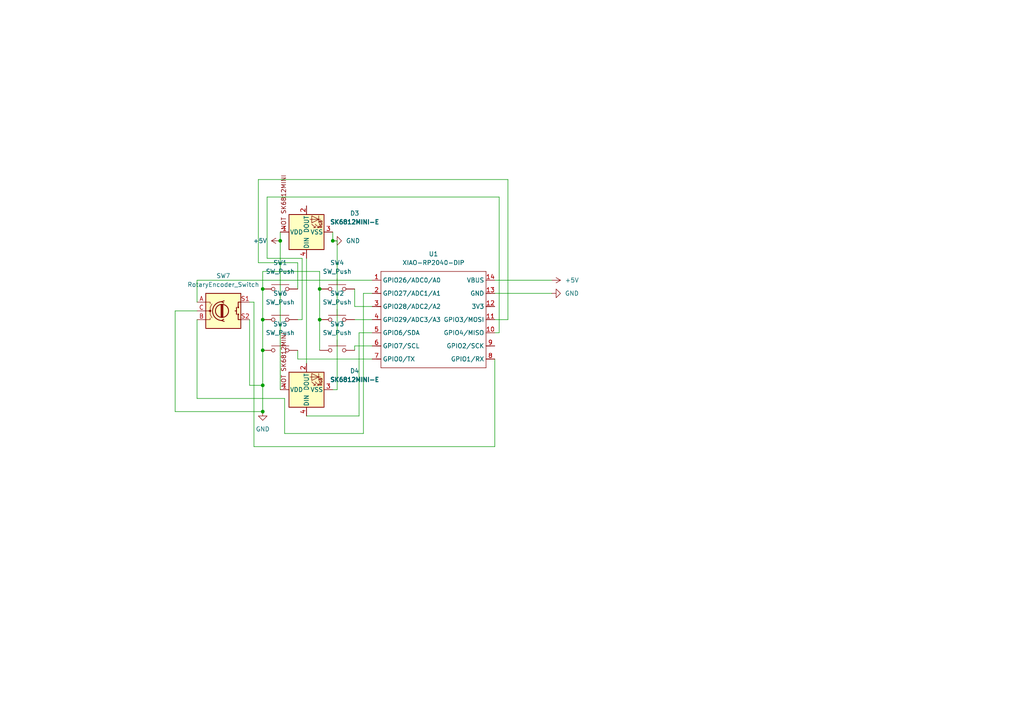
<source format=kicad_sch>
(kicad_sch
	(version 20250114)
	(generator "eeschema")
	(generator_version "9.0")
	(uuid "f8ca336a-a48a-4796-9d8f-6101bffd0b5b")
	(paper "A4")
	(lib_symbols
		(symbol "Device:RotaryEncoder_Switch"
			(pin_names
				(offset 0.254)
				(hide yes)
			)
			(exclude_from_sim no)
			(in_bom yes)
			(on_board yes)
			(property "Reference" "SW"
				(at 0 6.604 0)
				(effects
					(font
						(size 1.27 1.27)
					)
				)
			)
			(property "Value" "RotaryEncoder_Switch"
				(at 0 -6.604 0)
				(effects
					(font
						(size 1.27 1.27)
					)
				)
			)
			(property "Footprint" ""
				(at -3.81 4.064 0)
				(effects
					(font
						(size 1.27 1.27)
					)
					(hide yes)
				)
			)
			(property "Datasheet" "~"
				(at 0 6.604 0)
				(effects
					(font
						(size 1.27 1.27)
					)
					(hide yes)
				)
			)
			(property "Description" "Rotary encoder, dual channel, incremental quadrate outputs, with switch"
				(at 0 0 0)
				(effects
					(font
						(size 1.27 1.27)
					)
					(hide yes)
				)
			)
			(property "ki_keywords" "rotary switch encoder switch push button"
				(at 0 0 0)
				(effects
					(font
						(size 1.27 1.27)
					)
					(hide yes)
				)
			)
			(property "ki_fp_filters" "RotaryEncoder*Switch*"
				(at 0 0 0)
				(effects
					(font
						(size 1.27 1.27)
					)
					(hide yes)
				)
			)
			(symbol "RotaryEncoder_Switch_0_1"
				(rectangle
					(start -5.08 5.08)
					(end 5.08 -5.08)
					(stroke
						(width 0.254)
						(type default)
					)
					(fill
						(type background)
					)
				)
				(polyline
					(pts
						(xy -5.08 2.54) (xy -3.81 2.54) (xy -3.81 2.032)
					)
					(stroke
						(width 0)
						(type default)
					)
					(fill
						(type none)
					)
				)
				(polyline
					(pts
						(xy -5.08 0) (xy -3.81 0) (xy -3.81 -1.016) (xy -3.302 -2.032)
					)
					(stroke
						(width 0)
						(type default)
					)
					(fill
						(type none)
					)
				)
				(polyline
					(pts
						(xy -5.08 -2.54) (xy -3.81 -2.54) (xy -3.81 -2.032)
					)
					(stroke
						(width 0)
						(type default)
					)
					(fill
						(type none)
					)
				)
				(polyline
					(pts
						(xy -4.318 0) (xy -3.81 0) (xy -3.81 1.016) (xy -3.302 2.032)
					)
					(stroke
						(width 0)
						(type default)
					)
					(fill
						(type none)
					)
				)
				(circle
					(center -3.81 0)
					(radius 0.254)
					(stroke
						(width 0)
						(type default)
					)
					(fill
						(type outline)
					)
				)
				(polyline
					(pts
						(xy -0.635 -1.778) (xy -0.635 1.778)
					)
					(stroke
						(width 0.254)
						(type default)
					)
					(fill
						(type none)
					)
				)
				(circle
					(center -0.381 0)
					(radius 1.905)
					(stroke
						(width 0.254)
						(type default)
					)
					(fill
						(type none)
					)
				)
				(polyline
					(pts
						(xy -0.381 -1.778) (xy -0.381 1.778)
					)
					(stroke
						(width 0.254)
						(type default)
					)
					(fill
						(type none)
					)
				)
				(arc
					(start -0.381 -2.794)
					(mid -3.0988 -0.0635)
					(end -0.381 2.667)
					(stroke
						(width 0.254)
						(type default)
					)
					(fill
						(type none)
					)
				)
				(polyline
					(pts
						(xy -0.127 1.778) (xy -0.127 -1.778)
					)
					(stroke
						(width 0.254)
						(type default)
					)
					(fill
						(type none)
					)
				)
				(polyline
					(pts
						(xy 0.254 2.921) (xy -0.508 2.667) (xy 0.127 2.286)
					)
					(stroke
						(width 0.254)
						(type default)
					)
					(fill
						(type none)
					)
				)
				(polyline
					(pts
						(xy 0.254 -3.048) (xy -0.508 -2.794) (xy 0.127 -2.413)
					)
					(stroke
						(width 0.254)
						(type default)
					)
					(fill
						(type none)
					)
				)
				(polyline
					(pts
						(xy 3.81 1.016) (xy 3.81 -1.016)
					)
					(stroke
						(width 0.254)
						(type default)
					)
					(fill
						(type none)
					)
				)
				(polyline
					(pts
						(xy 3.81 0) (xy 3.429 0)
					)
					(stroke
						(width 0.254)
						(type default)
					)
					(fill
						(type none)
					)
				)
				(circle
					(center 4.318 1.016)
					(radius 0.127)
					(stroke
						(width 0.254)
						(type default)
					)
					(fill
						(type none)
					)
				)
				(circle
					(center 4.318 -1.016)
					(radius 0.127)
					(stroke
						(width 0.254)
						(type default)
					)
					(fill
						(type none)
					)
				)
				(polyline
					(pts
						(xy 5.08 2.54) (xy 4.318 2.54) (xy 4.318 1.016)
					)
					(stroke
						(width 0.254)
						(type default)
					)
					(fill
						(type none)
					)
				)
				(polyline
					(pts
						(xy 5.08 -2.54) (xy 4.318 -2.54) (xy 4.318 -1.016)
					)
					(stroke
						(width 0.254)
						(type default)
					)
					(fill
						(type none)
					)
				)
			)
			(symbol "RotaryEncoder_Switch_1_1"
				(pin passive line
					(at -7.62 2.54 0)
					(length 2.54)
					(name "A"
						(effects
							(font
								(size 1.27 1.27)
							)
						)
					)
					(number "A"
						(effects
							(font
								(size 1.27 1.27)
							)
						)
					)
				)
				(pin passive line
					(at -7.62 0 0)
					(length 2.54)
					(name "C"
						(effects
							(font
								(size 1.27 1.27)
							)
						)
					)
					(number "C"
						(effects
							(font
								(size 1.27 1.27)
							)
						)
					)
				)
				(pin passive line
					(at -7.62 -2.54 0)
					(length 2.54)
					(name "B"
						(effects
							(font
								(size 1.27 1.27)
							)
						)
					)
					(number "B"
						(effects
							(font
								(size 1.27 1.27)
							)
						)
					)
				)
				(pin passive line
					(at 7.62 2.54 180)
					(length 2.54)
					(name "S1"
						(effects
							(font
								(size 1.27 1.27)
							)
						)
					)
					(number "S1"
						(effects
							(font
								(size 1.27 1.27)
							)
						)
					)
				)
				(pin passive line
					(at 7.62 -2.54 180)
					(length 2.54)
					(name "S2"
						(effects
							(font
								(size 1.27 1.27)
							)
						)
					)
					(number "S2"
						(effects
							(font
								(size 1.27 1.27)
							)
						)
					)
				)
			)
			(embedded_fonts no)
		)
		(symbol "SK6812MINI-E:SK6812MINI-E"
			(pin_names
				(offset 0.254)
			)
			(exclude_from_sim no)
			(in_bom yes)
			(on_board yes)
			(property "Reference" "D"
				(at -3.556 5.842 0)
				(effects
					(font
						(size 1.27 1.27)
					)
					(justify right bottom)
				)
			)
			(property "Value" "SK6812MINI-E"
				(at 1.27 -5.715 0)
				(effects
					(font
						(size 1.27 1.27)
						(thickness 0.254)
						(bold yes)
					)
					(justify left top)
				)
			)
			(property "Footprint" "SK6812MINI-E - 3.2x2.8x1.78mm"
				(at 1.27 -7.62 0)
				(effects
					(font
						(size 1.27 1.27)
					)
					(justify left top)
					(hide yes)
				)
			)
			(property "Datasheet" "https://cdn-shop.adafruit.com/product-files/4960/4960_SK6812MINI-E_REV02_EN.pdf"
				(at 2.54 -9.525 0)
				(effects
					(font
						(size 1.27 1.27)
					)
					(justify left top)
					(hide yes)
				)
			)
			(property "Description" "RGB LED with integrated controller"
				(at 0 0 0)
				(effects
					(font
						(size 1.27 1.27)
					)
					(hide yes)
				)
			)
			(property "ki_keywords" "RGB LED NeoPixel Mini addressable"
				(at 0 0 0)
				(effects
					(font
						(size 1.27 1.27)
					)
					(hide yes)
				)
			)
			(property "ki_fp_filters" "LED*SK6812MINI*PLCC*3.5x3.5mm*P1.75mm*"
				(at 0 0 0)
				(effects
					(font
						(size 1.27 1.27)
					)
					(hide yes)
				)
			)
			(symbol "SK6812MINI-E_0_0"
				(text "RGB"
					(at 2.286 -4.191 0)
					(effects
						(font
							(size 0.762 0.762)
						)
					)
				)
			)
			(symbol "SK6812MINI-E_0_1"
				(rectangle
					(start -5.08 5.08)
					(end 5.08 -5.08)
					(stroke
						(width 0.254)
						(type default)
					)
					(fill
						(type background)
					)
				)
				(polyline
					(pts
						(xy 1.27 -2.54) (xy 1.778 -2.54)
					)
					(stroke
						(width 0)
						(type default)
					)
					(fill
						(type none)
					)
				)
				(polyline
					(pts
						(xy 1.27 -3.556) (xy 1.778 -3.556)
					)
					(stroke
						(width 0)
						(type default)
					)
					(fill
						(type none)
					)
				)
				(polyline
					(pts
						(xy 2.286 -1.524) (xy 1.27 -2.54) (xy 1.27 -2.032)
					)
					(stroke
						(width 0)
						(type default)
					)
					(fill
						(type none)
					)
				)
				(polyline
					(pts
						(xy 2.286 -2.54) (xy 1.27 -3.556) (xy 1.27 -3.048)
					)
					(stroke
						(width 0)
						(type default)
					)
					(fill
						(type none)
					)
				)
				(polyline
					(pts
						(xy 3.683 -1.016) (xy 3.683 -3.556) (xy 3.683 -4.064)
					)
					(stroke
						(width 0)
						(type default)
					)
					(fill
						(type none)
					)
				)
				(polyline
					(pts
						(xy 4.699 -1.524) (xy 2.667 -1.524) (xy 3.683 -3.556) (xy 4.699 -1.524)
					)
					(stroke
						(width 0)
						(type default)
					)
					(fill
						(type none)
					)
				)
				(polyline
					(pts
						(xy 4.699 -3.556) (xy 2.667 -3.556)
					)
					(stroke
						(width 0)
						(type default)
					)
					(fill
						(type none)
					)
				)
			)
			(symbol "SK6812MINI-E_1_1"
				(text "NOT SK6812MINI"
					(at 8.636 6.604 0)
					(effects
						(font
							(size 1.27 1.27)
						)
					)
				)
				(pin input line
					(at -7.62 0 0)
					(length 2.54)
					(name "DIN"
						(effects
							(font
								(size 1.27 1.27)
							)
						)
					)
					(number "4"
						(effects
							(font
								(size 1.27 1.27)
							)
						)
					)
				)
				(pin power_in line
					(at 0 7.62 270)
					(length 2.54)
					(name "VDD"
						(effects
							(font
								(size 1.27 1.27)
							)
						)
					)
					(number "1"
						(effects
							(font
								(size 1.27 1.27)
							)
						)
					)
				)
				(pin power_in line
					(at 0 -7.62 90)
					(length 2.54)
					(name "VSS"
						(effects
							(font
								(size 1.27 1.27)
							)
						)
					)
					(number "3"
						(effects
							(font
								(size 1.27 1.27)
							)
						)
					)
				)
				(pin output line
					(at 7.62 0 180)
					(length 2.54)
					(name "DOUT"
						(effects
							(font
								(size 1.27 1.27)
							)
						)
					)
					(number "2"
						(effects
							(font
								(size 1.27 1.27)
							)
						)
					)
				)
			)
			(embedded_fonts no)
		)
		(symbol "Seeed_Studio_XIAO_Series:XIAO-RP2040-DIP"
			(exclude_from_sim no)
			(in_bom yes)
			(on_board yes)
			(property "Reference" "U"
				(at 0 0 0)
				(effects
					(font
						(size 1.27 1.27)
					)
				)
			)
			(property "Value" "XIAO-RP2040-DIP"
				(at 5.334 -1.778 0)
				(effects
					(font
						(size 1.27 1.27)
					)
				)
			)
			(property "Footprint" "Module:MOUDLE14P-XIAO-DIP-SMD"
				(at 14.478 -32.258 0)
				(effects
					(font
						(size 1.27 1.27)
					)
					(hide yes)
				)
			)
			(property "Datasheet" ""
				(at 0 0 0)
				(effects
					(font
						(size 1.27 1.27)
					)
					(hide yes)
				)
			)
			(property "Description" ""
				(at 0 0 0)
				(effects
					(font
						(size 1.27 1.27)
					)
					(hide yes)
				)
			)
			(symbol "XIAO-RP2040-DIP_1_0"
				(polyline
					(pts
						(xy -1.27 -2.54) (xy 29.21 -2.54)
					)
					(stroke
						(width 0.1524)
						(type solid)
					)
					(fill
						(type none)
					)
				)
				(polyline
					(pts
						(xy -1.27 -5.08) (xy -2.54 -5.08)
					)
					(stroke
						(width 0.1524)
						(type solid)
					)
					(fill
						(type none)
					)
				)
				(polyline
					(pts
						(xy -1.27 -5.08) (xy -1.27 -2.54)
					)
					(stroke
						(width 0.1524)
						(type solid)
					)
					(fill
						(type none)
					)
				)
				(polyline
					(pts
						(xy -1.27 -8.89) (xy -2.54 -8.89)
					)
					(stroke
						(width 0.1524)
						(type solid)
					)
					(fill
						(type none)
					)
				)
				(polyline
					(pts
						(xy -1.27 -8.89) (xy -1.27 -5.08)
					)
					(stroke
						(width 0.1524)
						(type solid)
					)
					(fill
						(type none)
					)
				)
				(polyline
					(pts
						(xy -1.27 -12.7) (xy -2.54 -12.7)
					)
					(stroke
						(width 0.1524)
						(type solid)
					)
					(fill
						(type none)
					)
				)
				(polyline
					(pts
						(xy -1.27 -12.7) (xy -1.27 -8.89)
					)
					(stroke
						(width 0.1524)
						(type solid)
					)
					(fill
						(type none)
					)
				)
				(polyline
					(pts
						(xy -1.27 -16.51) (xy -2.54 -16.51)
					)
					(stroke
						(width 0.1524)
						(type solid)
					)
					(fill
						(type none)
					)
				)
				(polyline
					(pts
						(xy -1.27 -16.51) (xy -1.27 -12.7)
					)
					(stroke
						(width 0.1524)
						(type solid)
					)
					(fill
						(type none)
					)
				)
				(polyline
					(pts
						(xy -1.27 -20.32) (xy -2.54 -20.32)
					)
					(stroke
						(width 0.1524)
						(type solid)
					)
					(fill
						(type none)
					)
				)
				(polyline
					(pts
						(xy -1.27 -24.13) (xy -2.54 -24.13)
					)
					(stroke
						(width 0.1524)
						(type solid)
					)
					(fill
						(type none)
					)
				)
				(polyline
					(pts
						(xy -1.27 -27.94) (xy -2.54 -27.94)
					)
					(stroke
						(width 0.1524)
						(type solid)
					)
					(fill
						(type none)
					)
				)
				(polyline
					(pts
						(xy -1.27 -30.48) (xy -1.27 -16.51)
					)
					(stroke
						(width 0.1524)
						(type solid)
					)
					(fill
						(type none)
					)
				)
				(polyline
					(pts
						(xy 29.21 -2.54) (xy 29.21 -5.08)
					)
					(stroke
						(width 0.1524)
						(type solid)
					)
					(fill
						(type none)
					)
				)
				(polyline
					(pts
						(xy 29.21 -5.08) (xy 29.21 -8.89)
					)
					(stroke
						(width 0.1524)
						(type solid)
					)
					(fill
						(type none)
					)
				)
				(polyline
					(pts
						(xy 29.21 -8.89) (xy 29.21 -12.7)
					)
					(stroke
						(width 0.1524)
						(type solid)
					)
					(fill
						(type none)
					)
				)
				(polyline
					(pts
						(xy 29.21 -12.7) (xy 29.21 -30.48)
					)
					(stroke
						(width 0.1524)
						(type solid)
					)
					(fill
						(type none)
					)
				)
				(polyline
					(pts
						(xy 29.21 -30.48) (xy -1.27 -30.48)
					)
					(stroke
						(width 0.1524)
						(type solid)
					)
					(fill
						(type none)
					)
				)
				(polyline
					(pts
						(xy 30.48 -5.08) (xy 29.21 -5.08)
					)
					(stroke
						(width 0.1524)
						(type solid)
					)
					(fill
						(type none)
					)
				)
				(polyline
					(pts
						(xy 30.48 -8.89) (xy 29.21 -8.89)
					)
					(stroke
						(width 0.1524)
						(type solid)
					)
					(fill
						(type none)
					)
				)
				(polyline
					(pts
						(xy 30.48 -12.7) (xy 29.21 -12.7)
					)
					(stroke
						(width 0.1524)
						(type solid)
					)
					(fill
						(type none)
					)
				)
				(polyline
					(pts
						(xy 30.48 -16.51) (xy 29.21 -16.51)
					)
					(stroke
						(width 0.1524)
						(type solid)
					)
					(fill
						(type none)
					)
				)
				(polyline
					(pts
						(xy 30.48 -20.32) (xy 29.21 -20.32)
					)
					(stroke
						(width 0.1524)
						(type solid)
					)
					(fill
						(type none)
					)
				)
				(polyline
					(pts
						(xy 30.48 -24.13) (xy 29.21 -24.13)
					)
					(stroke
						(width 0.1524)
						(type solid)
					)
					(fill
						(type none)
					)
				)
				(polyline
					(pts
						(xy 30.48 -27.94) (xy 29.21 -27.94)
					)
					(stroke
						(width 0.1524)
						(type solid)
					)
					(fill
						(type none)
					)
				)
				(pin passive line
					(at -3.81 -5.08 0)
					(length 2.54)
					(name "GPIO26/ADC0/A0"
						(effects
							(font
								(size 1.27 1.27)
							)
						)
					)
					(number "1"
						(effects
							(font
								(size 1.27 1.27)
							)
						)
					)
				)
				(pin passive line
					(at -3.81 -8.89 0)
					(length 2.54)
					(name "GPIO27/ADC1/A1"
						(effects
							(font
								(size 1.27 1.27)
							)
						)
					)
					(number "2"
						(effects
							(font
								(size 1.27 1.27)
							)
						)
					)
				)
				(pin passive line
					(at -3.81 -12.7 0)
					(length 2.54)
					(name "GPIO28/ADC2/A2"
						(effects
							(font
								(size 1.27 1.27)
							)
						)
					)
					(number "3"
						(effects
							(font
								(size 1.27 1.27)
							)
						)
					)
				)
				(pin passive line
					(at -3.81 -16.51 0)
					(length 2.54)
					(name "GPIO29/ADC3/A3"
						(effects
							(font
								(size 1.27 1.27)
							)
						)
					)
					(number "4"
						(effects
							(font
								(size 1.27 1.27)
							)
						)
					)
				)
				(pin passive line
					(at -3.81 -20.32 0)
					(length 2.54)
					(name "GPIO6/SDA"
						(effects
							(font
								(size 1.27 1.27)
							)
						)
					)
					(number "5"
						(effects
							(font
								(size 1.27 1.27)
							)
						)
					)
				)
				(pin passive line
					(at -3.81 -24.13 0)
					(length 2.54)
					(name "GPIO7/SCL"
						(effects
							(font
								(size 1.27 1.27)
							)
						)
					)
					(number "6"
						(effects
							(font
								(size 1.27 1.27)
							)
						)
					)
				)
				(pin passive line
					(at -3.81 -27.94 0)
					(length 2.54)
					(name "GPIO0/TX"
						(effects
							(font
								(size 1.27 1.27)
							)
						)
					)
					(number "7"
						(effects
							(font
								(size 1.27 1.27)
							)
						)
					)
				)
				(pin passive line
					(at 31.75 -5.08 180)
					(length 2.54)
					(name "VBUS"
						(effects
							(font
								(size 1.27 1.27)
							)
						)
					)
					(number "14"
						(effects
							(font
								(size 1.27 1.27)
							)
						)
					)
				)
				(pin passive line
					(at 31.75 -8.89 180)
					(length 2.54)
					(name "GND"
						(effects
							(font
								(size 1.27 1.27)
							)
						)
					)
					(number "13"
						(effects
							(font
								(size 1.27 1.27)
							)
						)
					)
				)
				(pin passive line
					(at 31.75 -12.7 180)
					(length 2.54)
					(name "3V3"
						(effects
							(font
								(size 1.27 1.27)
							)
						)
					)
					(number "12"
						(effects
							(font
								(size 1.27 1.27)
							)
						)
					)
				)
				(pin passive line
					(at 31.75 -16.51 180)
					(length 2.54)
					(name "GPIO3/MOSI"
						(effects
							(font
								(size 1.27 1.27)
							)
						)
					)
					(number "11"
						(effects
							(font
								(size 1.27 1.27)
							)
						)
					)
				)
				(pin passive line
					(at 31.75 -20.32 180)
					(length 2.54)
					(name "GPIO4/MISO"
						(effects
							(font
								(size 1.27 1.27)
							)
						)
					)
					(number "10"
						(effects
							(font
								(size 1.27 1.27)
							)
						)
					)
				)
				(pin passive line
					(at 31.75 -24.13 180)
					(length 2.54)
					(name "GPIO2/SCK"
						(effects
							(font
								(size 1.27 1.27)
							)
						)
					)
					(number "9"
						(effects
							(font
								(size 1.27 1.27)
							)
						)
					)
				)
				(pin passive line
					(at 31.75 -27.94 180)
					(length 2.54)
					(name "GPIO1/RX"
						(effects
							(font
								(size 1.27 1.27)
							)
						)
					)
					(number "8"
						(effects
							(font
								(size 1.27 1.27)
							)
						)
					)
				)
			)
			(embedded_fonts no)
		)
		(symbol "Switch:SW_Push"
			(pin_numbers
				(hide yes)
			)
			(pin_names
				(offset 1.016)
				(hide yes)
			)
			(exclude_from_sim no)
			(in_bom yes)
			(on_board yes)
			(property "Reference" "SW"
				(at 1.27 2.54 0)
				(effects
					(font
						(size 1.27 1.27)
					)
					(justify left)
				)
			)
			(property "Value" "SW_Push"
				(at 0 -1.524 0)
				(effects
					(font
						(size 1.27 1.27)
					)
				)
			)
			(property "Footprint" ""
				(at 0 5.08 0)
				(effects
					(font
						(size 1.27 1.27)
					)
					(hide yes)
				)
			)
			(property "Datasheet" "~"
				(at 0 5.08 0)
				(effects
					(font
						(size 1.27 1.27)
					)
					(hide yes)
				)
			)
			(property "Description" "Push button switch, generic, two pins"
				(at 0 0 0)
				(effects
					(font
						(size 1.27 1.27)
					)
					(hide yes)
				)
			)
			(property "ki_keywords" "switch normally-open pushbutton push-button"
				(at 0 0 0)
				(effects
					(font
						(size 1.27 1.27)
					)
					(hide yes)
				)
			)
			(symbol "SW_Push_0_1"
				(circle
					(center -2.032 0)
					(radius 0.508)
					(stroke
						(width 0)
						(type default)
					)
					(fill
						(type none)
					)
				)
				(polyline
					(pts
						(xy 0 1.27) (xy 0 3.048)
					)
					(stroke
						(width 0)
						(type default)
					)
					(fill
						(type none)
					)
				)
				(circle
					(center 2.032 0)
					(radius 0.508)
					(stroke
						(width 0)
						(type default)
					)
					(fill
						(type none)
					)
				)
				(polyline
					(pts
						(xy 2.54 1.27) (xy -2.54 1.27)
					)
					(stroke
						(width 0)
						(type default)
					)
					(fill
						(type none)
					)
				)
				(pin passive line
					(at -5.08 0 0)
					(length 2.54)
					(name "1"
						(effects
							(font
								(size 1.27 1.27)
							)
						)
					)
					(number "1"
						(effects
							(font
								(size 1.27 1.27)
							)
						)
					)
				)
				(pin passive line
					(at 5.08 0 180)
					(length 2.54)
					(name "2"
						(effects
							(font
								(size 1.27 1.27)
							)
						)
					)
					(number "2"
						(effects
							(font
								(size 1.27 1.27)
							)
						)
					)
				)
			)
			(embedded_fonts no)
		)
		(symbol "power:+5V"
			(power)
			(pin_numbers
				(hide yes)
			)
			(pin_names
				(offset 0)
				(hide yes)
			)
			(exclude_from_sim no)
			(in_bom yes)
			(on_board yes)
			(property "Reference" "#PWR"
				(at 0 -3.81 0)
				(effects
					(font
						(size 1.27 1.27)
					)
					(hide yes)
				)
			)
			(property "Value" "+5V"
				(at 0 3.556 0)
				(effects
					(font
						(size 1.27 1.27)
					)
				)
			)
			(property "Footprint" ""
				(at 0 0 0)
				(effects
					(font
						(size 1.27 1.27)
					)
					(hide yes)
				)
			)
			(property "Datasheet" ""
				(at 0 0 0)
				(effects
					(font
						(size 1.27 1.27)
					)
					(hide yes)
				)
			)
			(property "Description" "Power symbol creates a global label with name \"+5V\""
				(at 0 0 0)
				(effects
					(font
						(size 1.27 1.27)
					)
					(hide yes)
				)
			)
			(property "ki_keywords" "global power"
				(at 0 0 0)
				(effects
					(font
						(size 1.27 1.27)
					)
					(hide yes)
				)
			)
			(symbol "+5V_0_1"
				(polyline
					(pts
						(xy -0.762 1.27) (xy 0 2.54)
					)
					(stroke
						(width 0)
						(type default)
					)
					(fill
						(type none)
					)
				)
				(polyline
					(pts
						(xy 0 2.54) (xy 0.762 1.27)
					)
					(stroke
						(width 0)
						(type default)
					)
					(fill
						(type none)
					)
				)
				(polyline
					(pts
						(xy 0 0) (xy 0 2.54)
					)
					(stroke
						(width 0)
						(type default)
					)
					(fill
						(type none)
					)
				)
			)
			(symbol "+5V_1_1"
				(pin power_in line
					(at 0 0 90)
					(length 0)
					(name "~"
						(effects
							(font
								(size 1.27 1.27)
							)
						)
					)
					(number "1"
						(effects
							(font
								(size 1.27 1.27)
							)
						)
					)
				)
			)
			(embedded_fonts no)
		)
		(symbol "power:GND"
			(power)
			(pin_numbers
				(hide yes)
			)
			(pin_names
				(offset 0)
				(hide yes)
			)
			(exclude_from_sim no)
			(in_bom yes)
			(on_board yes)
			(property "Reference" "#PWR"
				(at 0 -6.35 0)
				(effects
					(font
						(size 1.27 1.27)
					)
					(hide yes)
				)
			)
			(property "Value" "GND"
				(at 0 -3.81 0)
				(effects
					(font
						(size 1.27 1.27)
					)
				)
			)
			(property "Footprint" ""
				(at 0 0 0)
				(effects
					(font
						(size 1.27 1.27)
					)
					(hide yes)
				)
			)
			(property "Datasheet" ""
				(at 0 0 0)
				(effects
					(font
						(size 1.27 1.27)
					)
					(hide yes)
				)
			)
			(property "Description" "Power symbol creates a global label with name \"GND\" , ground"
				(at 0 0 0)
				(effects
					(font
						(size 1.27 1.27)
					)
					(hide yes)
				)
			)
			(property "ki_keywords" "global power"
				(at 0 0 0)
				(effects
					(font
						(size 1.27 1.27)
					)
					(hide yes)
				)
			)
			(symbol "GND_0_1"
				(polyline
					(pts
						(xy 0 0) (xy 0 -1.27) (xy 1.27 -1.27) (xy 0 -2.54) (xy -1.27 -1.27) (xy 0 -1.27)
					)
					(stroke
						(width 0)
						(type default)
					)
					(fill
						(type none)
					)
				)
			)
			(symbol "GND_1_1"
				(pin power_in line
					(at 0 0 270)
					(length 0)
					(name "~"
						(effects
							(font
								(size 1.27 1.27)
							)
						)
					)
					(number "1"
						(effects
							(font
								(size 1.27 1.27)
							)
						)
					)
				)
			)
			(embedded_fonts no)
		)
	)
	(junction
		(at 76.2 83.82)
		(diameter 0)
		(color 0 0 0 0)
		(uuid "262169e4-34b5-4720-8c99-cd708df3dcc4")
	)
	(junction
		(at 76.2 119.38)
		(diameter 0)
		(color 0 0 0 0)
		(uuid "3faeb308-0575-470a-a1f8-a2a61aff4bac")
	)
	(junction
		(at 96.52 69.85)
		(diameter 0)
		(color 0 0 0 0)
		(uuid "5fecc01f-7b47-45cc-ab8c-728ad2d0a1c4")
	)
	(junction
		(at 92.71 92.71)
		(diameter 0)
		(color 0 0 0 0)
		(uuid "6a1c15c3-a4d1-4542-b323-be73d132c257")
	)
	(junction
		(at 76.2 92.71)
		(diameter 0)
		(color 0 0 0 0)
		(uuid "724ffaab-f20b-4f7a-9c8d-c0e80ffb7cbf")
	)
	(junction
		(at 92.71 83.82)
		(diameter 0)
		(color 0 0 0 0)
		(uuid "861a1e4f-1b8d-41d6-bd98-a101f8623bc8")
	)
	(junction
		(at 76.2 101.6)
		(diameter 0)
		(color 0 0 0 0)
		(uuid "94d08df2-9a84-41f9-923a-e3e16c975df3")
	)
	(junction
		(at 81.28 69.85)
		(diameter 0)
		(color 0 0 0 0)
		(uuid "c9571069-3754-470c-9be9-03991a129e3a")
	)
	(junction
		(at 76.2 111.76)
		(diameter 0)
		(color 0 0 0 0)
		(uuid "d100dad8-3c7d-4d32-bbfb-3f06f54a9022")
	)
	(wire
		(pts
			(xy 107.95 88.9) (xy 102.87 88.9)
		)
		(stroke
			(width 0)
			(type default)
		)
		(uuid "006fe16a-1b28-4219-a724-b9344c8c1eb9")
	)
	(wire
		(pts
			(xy 144.78 96.52) (xy 143.51 96.52)
		)
		(stroke
			(width 0)
			(type default)
		)
		(uuid "00c7c1d9-22f8-446d-a007-7fb2f26b9955")
	)
	(wire
		(pts
			(xy 143.51 129.54) (xy 73.66 129.54)
		)
		(stroke
			(width 0)
			(type default)
		)
		(uuid "18dfdcf4-277f-4b9b-a73a-2437bd551a34")
	)
	(wire
		(pts
			(xy 87.63 74.93) (xy 77.47 74.93)
		)
		(stroke
			(width 0)
			(type default)
		)
		(uuid "2daf6864-6501-4e92-8b5a-be5c4a2a238f")
	)
	(wire
		(pts
			(xy 92.71 78.74) (xy 76.2 78.74)
		)
		(stroke
			(width 0)
			(type default)
		)
		(uuid "305949e8-6124-4ed7-b4a2-164ed0b8a35b")
	)
	(wire
		(pts
			(xy 102.87 88.9) (xy 102.87 83.82)
		)
		(stroke
			(width 0)
			(type default)
		)
		(uuid "311cc3ca-f863-4b63-b387-ba48efc233cf")
	)
	(wire
		(pts
			(xy 86.36 83.82) (xy 86.36 76.2)
		)
		(stroke
			(width 0)
			(type default)
		)
		(uuid "31443da0-fdc4-4610-80a3-0a060b5b0085")
	)
	(wire
		(pts
			(xy 50.8 119.38) (xy 76.2 119.38)
		)
		(stroke
			(width 0)
			(type default)
		)
		(uuid "3b316f39-a8d5-4aaf-9757-216e9974326c")
	)
	(wire
		(pts
			(xy 96.52 67.31) (xy 96.52 69.85)
		)
		(stroke
			(width 0)
			(type default)
		)
		(uuid "3cd6f832-9f61-4cce-aa17-175dc99ea149")
	)
	(wire
		(pts
			(xy 87.63 92.71) (xy 87.63 74.93)
		)
		(stroke
			(width 0)
			(type default)
		)
		(uuid "41f80ad0-d0a0-4c5f-af9b-22f414ea48b8")
	)
	(wire
		(pts
			(xy 88.9 74.93) (xy 88.9 105.41)
		)
		(stroke
			(width 0)
			(type default)
		)
		(uuid "42b23384-829f-4230-a453-505ddcd12aa1")
	)
	(wire
		(pts
			(xy 86.36 76.2) (xy 74.93 76.2)
		)
		(stroke
			(width 0)
			(type default)
		)
		(uuid "471244e3-872d-4cb8-9332-e65275d67783")
	)
	(wire
		(pts
			(xy 82.55 115.57) (xy 82.55 125.73)
		)
		(stroke
			(width 0)
			(type default)
		)
		(uuid "496556d8-74f2-4c08-aecf-ced8670e67a9")
	)
	(wire
		(pts
			(xy 57.15 92.71) (xy 57.15 115.57)
		)
		(stroke
			(width 0)
			(type default)
		)
		(uuid "4bae3f55-dab1-4458-980d-b1ada9acb2c9")
	)
	(wire
		(pts
			(xy 76.2 83.82) (xy 76.2 92.71)
		)
		(stroke
			(width 0)
			(type default)
		)
		(uuid "4e624ba0-fecb-4f7b-9c22-394c3cd1db45")
	)
	(wire
		(pts
			(xy 73.66 87.63) (xy 72.39 87.63)
		)
		(stroke
			(width 0)
			(type default)
		)
		(uuid "4e8db2be-df73-43e8-abd7-99b1be297f10")
	)
	(wire
		(pts
			(xy 107.95 104.14) (xy 86.36 104.14)
		)
		(stroke
			(width 0)
			(type default)
		)
		(uuid "51ef2258-0d3b-4120-8c18-35385a8c2e6b")
	)
	(wire
		(pts
			(xy 102.87 100.33) (xy 102.87 101.6)
		)
		(stroke
			(width 0)
			(type default)
		)
		(uuid "5f6b1c85-7487-4efb-9045-0827be7c1522")
	)
	(wire
		(pts
			(xy 86.36 104.14) (xy 86.36 101.6)
		)
		(stroke
			(width 0)
			(type default)
		)
		(uuid "609e4197-8de6-4622-b546-559669dbef95")
	)
	(wire
		(pts
			(xy 74.93 52.07) (xy 147.32 52.07)
		)
		(stroke
			(width 0)
			(type default)
		)
		(uuid "63fbdd48-9d87-46f2-8398-b0c3232d38c6")
	)
	(wire
		(pts
			(xy 76.2 101.6) (xy 76.2 111.76)
		)
		(stroke
			(width 0)
			(type default)
		)
		(uuid "64b98ab7-252d-47ef-96b4-782660a43ee0")
	)
	(wire
		(pts
			(xy 92.71 83.82) (xy 92.71 78.74)
		)
		(stroke
			(width 0)
			(type default)
		)
		(uuid "68e83df7-d79a-431a-99c3-d90a568c05c1")
	)
	(wire
		(pts
			(xy 144.78 57.15) (xy 144.78 96.52)
		)
		(stroke
			(width 0)
			(type default)
		)
		(uuid "72e1a002-650f-4f4c-b2c2-4293d1c3f24c")
	)
	(wire
		(pts
			(xy 105.41 85.09) (xy 107.95 85.09)
		)
		(stroke
			(width 0)
			(type default)
		)
		(uuid "75d557c2-1f1c-4713-8e48-c3f460e41ccf")
	)
	(wire
		(pts
			(xy 143.51 85.09) (xy 160.02 85.09)
		)
		(stroke
			(width 0)
			(type default)
		)
		(uuid "77e22d71-03a5-4963-b5ea-11faa1022560")
	)
	(wire
		(pts
			(xy 96.52 113.03) (xy 97.79 113.03)
		)
		(stroke
			(width 0)
			(type default)
		)
		(uuid "7a5ee91e-3673-4ed9-af16-bd01e99dd466")
	)
	(wire
		(pts
			(xy 81.28 67.31) (xy 81.28 69.85)
		)
		(stroke
			(width 0)
			(type default)
		)
		(uuid "89a2b51b-1c1a-49ab-8f11-dad745fdf457")
	)
	(wire
		(pts
			(xy 77.47 57.15) (xy 144.78 57.15)
		)
		(stroke
			(width 0)
			(type default)
		)
		(uuid "8dcbb9dc-c215-428e-b367-c48f94fcabb6")
	)
	(wire
		(pts
			(xy 104.14 120.65) (xy 88.9 120.65)
		)
		(stroke
			(width 0)
			(type default)
		)
		(uuid "8ed22855-f8ab-4081-93b6-c9c439323b4e")
	)
	(wire
		(pts
			(xy 73.66 129.54) (xy 73.66 87.63)
		)
		(stroke
			(width 0)
			(type default)
		)
		(uuid "8f6115ca-9590-4f2c-8c73-78cd56a3ee92")
	)
	(wire
		(pts
			(xy 105.41 125.73) (xy 105.41 85.09)
		)
		(stroke
			(width 0)
			(type default)
		)
		(uuid "93d15549-7c0a-413c-95b3-7834ee4892cb")
	)
	(wire
		(pts
			(xy 50.8 90.17) (xy 50.8 119.38)
		)
		(stroke
			(width 0)
			(type default)
		)
		(uuid "958d46a4-8b86-446c-aef7-118faad5ffd2")
	)
	(wire
		(pts
			(xy 107.95 81.28) (xy 57.15 81.28)
		)
		(stroke
			(width 0)
			(type default)
		)
		(uuid "996991cc-683d-4d89-be8e-e77c2ac04a43")
	)
	(wire
		(pts
			(xy 143.51 104.14) (xy 143.51 129.54)
		)
		(stroke
			(width 0)
			(type default)
		)
		(uuid "9e57d44f-7892-4a86-9d98-83032d5e2c6b")
	)
	(wire
		(pts
			(xy 81.28 69.85) (xy 81.28 113.03)
		)
		(stroke
			(width 0)
			(type default)
		)
		(uuid "a392d90e-9785-4730-81dc-5c72c1148177")
	)
	(wire
		(pts
			(xy 72.39 111.76) (xy 76.2 111.76)
		)
		(stroke
			(width 0)
			(type default)
		)
		(uuid "a573664f-e04c-43f0-8858-c60ce00f7e7c")
	)
	(wire
		(pts
			(xy 102.87 92.71) (xy 107.95 92.71)
		)
		(stroke
			(width 0)
			(type default)
		)
		(uuid "a92ab61e-2ffe-4e16-bf46-831a91260f1b")
	)
	(wire
		(pts
			(xy 76.2 78.74) (xy 76.2 83.82)
		)
		(stroke
			(width 0)
			(type default)
		)
		(uuid "b78881a3-a68d-4e55-95f8-dfa2ac3e83c0")
	)
	(wire
		(pts
			(xy 72.39 92.71) (xy 72.39 111.76)
		)
		(stroke
			(width 0)
			(type default)
		)
		(uuid "c1feed88-a905-4b7f-a1ac-dce5c0446808")
	)
	(wire
		(pts
			(xy 74.93 76.2) (xy 74.93 52.07)
		)
		(stroke
			(width 0)
			(type default)
		)
		(uuid "c449219e-e504-41ee-b510-2496f9097219")
	)
	(wire
		(pts
			(xy 57.15 81.28) (xy 57.15 87.63)
		)
		(stroke
			(width 0)
			(type default)
		)
		(uuid "c6cddb3b-e79e-4254-b2ba-c8270fbd2160")
	)
	(wire
		(pts
			(xy 143.51 81.28) (xy 160.02 81.28)
		)
		(stroke
			(width 0)
			(type default)
		)
		(uuid "c728b2dc-01cf-4b91-b5d2-af6d1347b9c6")
	)
	(wire
		(pts
			(xy 107.95 96.52) (xy 104.14 96.52)
		)
		(stroke
			(width 0)
			(type default)
		)
		(uuid "c9a4784d-2c22-4574-a22b-b1824ed3d713")
	)
	(wire
		(pts
			(xy 104.14 96.52) (xy 104.14 120.65)
		)
		(stroke
			(width 0)
			(type default)
		)
		(uuid "ce130e28-8d7c-46f7-a037-fb29465f8b92")
	)
	(wire
		(pts
			(xy 86.36 92.71) (xy 87.63 92.71)
		)
		(stroke
			(width 0)
			(type default)
		)
		(uuid "d6fdfdfe-0a8a-4355-819d-fc2fcdd27ab8")
	)
	(wire
		(pts
			(xy 77.47 74.93) (xy 77.47 57.15)
		)
		(stroke
			(width 0)
			(type default)
		)
		(uuid "d8292176-4ab5-46f9-8622-ce184946b5a9")
	)
	(wire
		(pts
			(xy 82.55 125.73) (xy 105.41 125.73)
		)
		(stroke
			(width 0)
			(type default)
		)
		(uuid "d9db42de-da37-42a5-bcf8-fafddb901094")
	)
	(wire
		(pts
			(xy 147.32 92.71) (xy 143.51 92.71)
		)
		(stroke
			(width 0)
			(type default)
		)
		(uuid "e1fc3106-2fde-4911-bd14-4c3acded3e1e")
	)
	(wire
		(pts
			(xy 76.2 111.76) (xy 76.2 119.38)
		)
		(stroke
			(width 0)
			(type default)
		)
		(uuid "ebd8df10-10ab-4d92-8cbd-b638b8dbd82a")
	)
	(wire
		(pts
			(xy 92.71 83.82) (xy 92.71 92.71)
		)
		(stroke
			(width 0)
			(type default)
		)
		(uuid "f24c5397-77c8-4b1b-bf10-b9fb34ba836e")
	)
	(wire
		(pts
			(xy 147.32 52.07) (xy 147.32 92.71)
		)
		(stroke
			(width 0)
			(type default)
		)
		(uuid "f2e60e6b-6c8d-4dd3-b6ef-9655d01f5df7")
	)
	(wire
		(pts
			(xy 107.95 100.33) (xy 102.87 100.33)
		)
		(stroke
			(width 0)
			(type default)
		)
		(uuid "f3d37ecc-338d-43d8-82e1-f31f85c5d7be")
	)
	(wire
		(pts
			(xy 76.2 92.71) (xy 76.2 101.6)
		)
		(stroke
			(width 0)
			(type default)
		)
		(uuid "f44b24ea-747a-4bb4-8f0b-d8c581067db2")
	)
	(wire
		(pts
			(xy 92.71 92.71) (xy 92.71 101.6)
		)
		(stroke
			(width 0)
			(type default)
		)
		(uuid "f44cbc27-ebb2-49d8-be8a-c9a7ba553d79")
	)
	(wire
		(pts
			(xy 97.79 113.03) (xy 97.79 69.85)
		)
		(stroke
			(width 0)
			(type default)
		)
		(uuid "f77045bf-e7df-463a-96af-c46a06b29ca5")
	)
	(wire
		(pts
			(xy 96.52 69.85) (xy 97.79 69.85)
		)
		(stroke
			(width 0)
			(type default)
		)
		(uuid "f7e7e023-9ca8-4c28-ade3-77485688015c")
	)
	(wire
		(pts
			(xy 57.15 90.17) (xy 50.8 90.17)
		)
		(stroke
			(width 0)
			(type default)
		)
		(uuid "f8554367-f243-4b82-83ef-64639ff7c7ef")
	)
	(wire
		(pts
			(xy 57.15 115.57) (xy 82.55 115.57)
		)
		(stroke
			(width 0)
			(type default)
		)
		(uuid "fbc04e83-e09c-4574-b776-e58fbf5be260")
	)
	(symbol
		(lib_id "Seeed_Studio_XIAO_Series:XIAO-RP2040-DIP")
		(at 111.76 76.2 0)
		(unit 1)
		(exclude_from_sim no)
		(in_bom yes)
		(on_board yes)
		(dnp no)
		(fields_autoplaced yes)
		(uuid "1d01208e-867f-4eee-ba6d-858d45fdfa9b")
		(property "Reference" "U1"
			(at 125.73 73.66 0)
			(effects
				(font
					(size 1.27 1.27)
				)
			)
		)
		(property "Value" "XIAO-RP2040-DIP"
			(at 125.73 76.2 0)
			(effects
				(font
					(size 1.27 1.27)
				)
			)
		)
		(property "Footprint" "OPL:XIAO-RP2040-DIP"
			(at 126.238 108.458 0)
			(effects
				(font
					(size 1.27 1.27)
				)
				(hide yes)
			)
		)
		(property "Datasheet" ""
			(at 111.76 76.2 0)
			(effects
				(font
					(size 1.27 1.27)
				)
				(hide yes)
			)
		)
		(property "Description" ""
			(at 111.76 76.2 0)
			(effects
				(font
					(size 1.27 1.27)
				)
				(hide yes)
			)
		)
		(pin "2"
			(uuid "7dec1012-336d-451f-a974-7def7993aa95")
		)
		(pin "1"
			(uuid "066366bd-5cb8-4c01-ac35-414a5d369fc3")
		)
		(pin "9"
			(uuid "38cf89e0-53cb-42e1-9807-e172aaf194e9")
		)
		(pin "5"
			(uuid "a0c6b159-9f3a-4652-9e08-1cae4993bdfd")
		)
		(pin "12"
			(uuid "85abb533-2723-4d2f-bf1e-157f13a32f2e")
		)
		(pin "11"
			(uuid "12e91f5a-9aaf-4929-8bb7-c5168ede5d0d")
		)
		(pin "13"
			(uuid "f5778ea4-d85b-4957-b7d1-13ea95da5670")
		)
		(pin "7"
			(uuid "a7ad0080-82cb-4229-983f-a21a208ff0f0")
		)
		(pin "4"
			(uuid "69b54383-b80b-4905-aa7b-d6c1d76fe942")
		)
		(pin "14"
			(uuid "d6b7aaf1-4b13-4e07-9cbd-b958b572120d")
		)
		(pin "3"
			(uuid "2eb67329-84a1-44d7-bc4b-0ecac3a51ed1")
		)
		(pin "6"
			(uuid "93c72864-8650-4bf8-bd90-811e23653365")
		)
		(pin "10"
			(uuid "6cd08f04-bbed-45a9-8456-c69e15af514a")
		)
		(pin "8"
			(uuid "24daab68-8430-4538-a3bf-37a555248f85")
		)
		(instances
			(project ""
				(path "/f8ca336a-a48a-4796-9d8f-6101bffd0b5b"
					(reference "U1")
					(unit 1)
				)
			)
		)
	)
	(symbol
		(lib_id "power:GND")
		(at 76.2 119.38 0)
		(unit 1)
		(exclude_from_sim no)
		(in_bom yes)
		(on_board yes)
		(dnp no)
		(fields_autoplaced yes)
		(uuid "3784eb45-7dc6-4b55-b434-a5fe0e07683d")
		(property "Reference" "#PWR05"
			(at 76.2 125.73 0)
			(effects
				(font
					(size 1.27 1.27)
				)
				(hide yes)
			)
		)
		(property "Value" "GND"
			(at 76.2 124.46 0)
			(effects
				(font
					(size 1.27 1.27)
				)
			)
		)
		(property "Footprint" ""
			(at 76.2 119.38 0)
			(effects
				(font
					(size 1.27 1.27)
				)
				(hide yes)
			)
		)
		(property "Datasheet" ""
			(at 76.2 119.38 0)
			(effects
				(font
					(size 1.27 1.27)
				)
				(hide yes)
			)
		)
		(property "Description" "Power symbol creates a global label with name \"GND\" , ground"
			(at 76.2 119.38 0)
			(effects
				(font
					(size 1.27 1.27)
				)
				(hide yes)
			)
		)
		(pin "1"
			(uuid "d7383dbb-0d59-4fac-b1d3-aad6ba5f1dc5")
		)
		(instances
			(project ""
				(path "/f8ca336a-a48a-4796-9d8f-6101bffd0b5b"
					(reference "#PWR05")
					(unit 1)
				)
			)
		)
	)
	(symbol
		(lib_id "power:GND")
		(at 96.52 69.85 90)
		(unit 1)
		(exclude_from_sim no)
		(in_bom yes)
		(on_board yes)
		(dnp no)
		(fields_autoplaced yes)
		(uuid "3fb527f2-4784-4a9c-abf4-619954388dec")
		(property "Reference" "#PWR01"
			(at 102.87 69.85 0)
			(effects
				(font
					(size 1.27 1.27)
				)
				(hide yes)
			)
		)
		(property "Value" "GND"
			(at 100.33 69.8499 90)
			(effects
				(font
					(size 1.27 1.27)
				)
				(justify right)
			)
		)
		(property "Footprint" ""
			(at 96.52 69.85 0)
			(effects
				(font
					(size 1.27 1.27)
				)
				(hide yes)
			)
		)
		(property "Datasheet" ""
			(at 96.52 69.85 0)
			(effects
				(font
					(size 1.27 1.27)
				)
				(hide yes)
			)
		)
		(property "Description" "Power symbol creates a global label with name \"GND\" , ground"
			(at 96.52 69.85 0)
			(effects
				(font
					(size 1.27 1.27)
				)
				(hide yes)
			)
		)
		(pin "1"
			(uuid "9f012826-62f0-46ac-b5e4-ab708416cc71")
		)
		(instances
			(project ""
				(path "/f8ca336a-a48a-4796-9d8f-6101bffd0b5b"
					(reference "#PWR01")
					(unit 1)
				)
			)
		)
	)
	(symbol
		(lib_id "Switch:SW_Push")
		(at 81.28 101.6 0)
		(unit 1)
		(exclude_from_sim no)
		(in_bom yes)
		(on_board yes)
		(dnp no)
		(fields_autoplaced yes)
		(uuid "4059303d-8899-45ca-bcb2-acff3e24bbcc")
		(property "Reference" "SW5"
			(at 81.28 93.98 0)
			(effects
				(font
					(size 1.27 1.27)
				)
			)
		)
		(property "Value" "SW_Push"
			(at 81.28 96.52 0)
			(effects
				(font
					(size 1.27 1.27)
				)
			)
		)
		(property "Footprint" "Button_Switch_Keyboard:SW_Cherry_MX_1.00u_PCB"
			(at 81.28 96.52 0)
			(effects
				(font
					(size 1.27 1.27)
				)
				(hide yes)
			)
		)
		(property "Datasheet" "~"
			(at 81.28 96.52 0)
			(effects
				(font
					(size 1.27 1.27)
				)
				(hide yes)
			)
		)
		(property "Description" "Push button switch, generic, two pins"
			(at 81.28 101.6 0)
			(effects
				(font
					(size 1.27 1.27)
				)
				(hide yes)
			)
		)
		(pin "2"
			(uuid "7ad630e1-4908-4467-bfd3-6cdea736ec1a")
		)
		(pin "1"
			(uuid "fb46e413-e517-4d0c-b387-5a7f2bd4ad61")
		)
		(instances
			(project ""
				(path "/f8ca336a-a48a-4796-9d8f-6101bffd0b5b"
					(reference "SW5")
					(unit 1)
				)
			)
		)
	)
	(symbol
		(lib_id "Switch:SW_Push")
		(at 81.28 92.71 0)
		(unit 1)
		(exclude_from_sim no)
		(in_bom yes)
		(on_board yes)
		(dnp no)
		(fields_autoplaced yes)
		(uuid "554bf0c7-c49d-4b49-b6fb-7f9a0973bef9")
		(property "Reference" "SW6"
			(at 81.28 85.09 0)
			(effects
				(font
					(size 1.27 1.27)
				)
			)
		)
		(property "Value" "SW_Push"
			(at 81.28 87.63 0)
			(effects
				(font
					(size 1.27 1.27)
				)
			)
		)
		(property "Footprint" "Button_Switch_Keyboard:SW_Cherry_MX_1.00u_PCB"
			(at 81.28 87.63 0)
			(effects
				(font
					(size 1.27 1.27)
				)
				(hide yes)
			)
		)
		(property "Datasheet" "~"
			(at 81.28 87.63 0)
			(effects
				(font
					(size 1.27 1.27)
				)
				(hide yes)
			)
		)
		(property "Description" "Push button switch, generic, two pins"
			(at 81.28 92.71 0)
			(effects
				(font
					(size 1.27 1.27)
				)
				(hide yes)
			)
		)
		(pin "2"
			(uuid "c123d78e-3f02-4200-871a-428b5494079f")
		)
		(pin "1"
			(uuid "41faf556-cb28-47f1-9f4f-82a5fea7161e")
		)
		(instances
			(project ""
				(path "/f8ca336a-a48a-4796-9d8f-6101bffd0b5b"
					(reference "SW6")
					(unit 1)
				)
			)
		)
	)
	(symbol
		(lib_id "Device:RotaryEncoder_Switch")
		(at 64.77 90.17 0)
		(unit 1)
		(exclude_from_sim no)
		(in_bom yes)
		(on_board yes)
		(dnp no)
		(fields_autoplaced yes)
		(uuid "81c8de86-c449-48d6-8dab-b119c7714753")
		(property "Reference" "SW7"
			(at 64.77 80.01 0)
			(effects
				(font
					(size 1.27 1.27)
				)
			)
		)
		(property "Value" "RotaryEncoder_Switch"
			(at 64.77 82.55 0)
			(effects
				(font
					(size 1.27 1.27)
				)
			)
		)
		(property "Footprint" "Rotary_Encoder:RotaryEncoder_Alps_EC11E-Switch_Vertical_H20mm"
			(at 60.96 86.106 0)
			(effects
				(font
					(size 1.27 1.27)
				)
				(hide yes)
			)
		)
		(property "Datasheet" "~"
			(at 64.77 83.566 0)
			(effects
				(font
					(size 1.27 1.27)
				)
				(hide yes)
			)
		)
		(property "Description" "Rotary encoder, dual channel, incremental quadrate outputs, with switch"
			(at 64.77 90.17 0)
			(effects
				(font
					(size 1.27 1.27)
				)
				(hide yes)
			)
		)
		(pin "A"
			(uuid "d1325690-45d0-422d-a76d-3e10d06f1ba0")
		)
		(pin "B"
			(uuid "d523975e-0603-4694-8b89-e349b913e9f8")
		)
		(pin "S2"
			(uuid "aab6a762-d3d6-4ced-9f9a-f77bc0043da6")
		)
		(pin "S1"
			(uuid "a5ec7121-00ba-4f72-9e28-c76088257f0e")
		)
		(pin "C"
			(uuid "8b23c5ab-0ce8-44d5-9106-233a6ac40d9b")
		)
		(instances
			(project ""
				(path "/f8ca336a-a48a-4796-9d8f-6101bffd0b5b"
					(reference "SW7")
					(unit 1)
				)
			)
		)
	)
	(symbol
		(lib_id "Switch:SW_Push")
		(at 97.79 101.6 0)
		(unit 1)
		(exclude_from_sim no)
		(in_bom yes)
		(on_board yes)
		(dnp no)
		(fields_autoplaced yes)
		(uuid "836ddf10-7d04-42f7-ac4e-f0c5c158844e")
		(property "Reference" "SW3"
			(at 97.79 93.98 0)
			(effects
				(font
					(size 1.27 1.27)
				)
			)
		)
		(property "Value" "SW_Push"
			(at 97.79 96.52 0)
			(effects
				(font
					(size 1.27 1.27)
				)
			)
		)
		(property "Footprint" "Button_Switch_Keyboard:SW_Cherry_MX_1.00u_PCB"
			(at 97.79 96.52 0)
			(effects
				(font
					(size 1.27 1.27)
				)
				(hide yes)
			)
		)
		(property "Datasheet" "~"
			(at 97.79 96.52 0)
			(effects
				(font
					(size 1.27 1.27)
				)
				(hide yes)
			)
		)
		(property "Description" "Push button switch, generic, two pins"
			(at 97.79 101.6 0)
			(effects
				(font
					(size 1.27 1.27)
				)
				(hide yes)
			)
		)
		(pin "2"
			(uuid "3ad02147-0f30-40a2-acc0-424fbee6de9f")
		)
		(pin "1"
			(uuid "40c414e5-8f0f-46e8-889c-f31f3a0f1d44")
		)
		(instances
			(project ""
				(path "/f8ca336a-a48a-4796-9d8f-6101bffd0b5b"
					(reference "SW3")
					(unit 1)
				)
			)
		)
	)
	(symbol
		(lib_id "power:+5V")
		(at 81.28 69.85 90)
		(unit 1)
		(exclude_from_sim no)
		(in_bom yes)
		(on_board yes)
		(dnp no)
		(fields_autoplaced yes)
		(uuid "9d51882b-5066-4735-9b66-e1bb2be22d82")
		(property "Reference" "#PWR02"
			(at 85.09 69.85 0)
			(effects
				(font
					(size 1.27 1.27)
				)
				(hide yes)
			)
		)
		(property "Value" "+5V"
			(at 77.47 69.8499 90)
			(effects
				(font
					(size 1.27 1.27)
				)
				(justify left)
			)
		)
		(property "Footprint" ""
			(at 81.28 69.85 0)
			(effects
				(font
					(size 1.27 1.27)
				)
				(hide yes)
			)
		)
		(property "Datasheet" ""
			(at 81.28 69.85 0)
			(effects
				(font
					(size 1.27 1.27)
				)
				(hide yes)
			)
		)
		(property "Description" "Power symbol creates a global label with name \"+5V\""
			(at 81.28 69.85 0)
			(effects
				(font
					(size 1.27 1.27)
				)
				(hide yes)
			)
		)
		(pin "1"
			(uuid "20ebd1a5-7cb9-49fa-bf35-f332b5258ebe")
		)
		(instances
			(project ""
				(path "/f8ca336a-a48a-4796-9d8f-6101bffd0b5b"
					(reference "#PWR02")
					(unit 1)
				)
			)
		)
	)
	(symbol
		(lib_id "power:GND")
		(at 160.02 85.09 90)
		(unit 1)
		(exclude_from_sim no)
		(in_bom yes)
		(on_board yes)
		(dnp no)
		(fields_autoplaced yes)
		(uuid "b6ab3c23-ccaf-4e09-8d7c-41b4fc2d8865")
		(property "Reference" "#PWR04"
			(at 166.37 85.09 0)
			(effects
				(font
					(size 1.27 1.27)
				)
				(hide yes)
			)
		)
		(property "Value" "GND"
			(at 163.83 85.0899 90)
			(effects
				(font
					(size 1.27 1.27)
				)
				(justify right)
			)
		)
		(property "Footprint" ""
			(at 160.02 85.09 0)
			(effects
				(font
					(size 1.27 1.27)
				)
				(hide yes)
			)
		)
		(property "Datasheet" ""
			(at 160.02 85.09 0)
			(effects
				(font
					(size 1.27 1.27)
				)
				(hide yes)
			)
		)
		(property "Description" "Power symbol creates a global label with name \"GND\" , ground"
			(at 160.02 85.09 0)
			(effects
				(font
					(size 1.27 1.27)
				)
				(hide yes)
			)
		)
		(pin "1"
			(uuid "52e868f9-d3ad-48a5-b068-97cbaaab6d96")
		)
		(instances
			(project ""
				(path "/f8ca336a-a48a-4796-9d8f-6101bffd0b5b"
					(reference "#PWR04")
					(unit 1)
				)
			)
		)
	)
	(symbol
		(lib_id "SK6812MINI-E:SK6812MINI-E")
		(at 88.9 113.03 90)
		(unit 1)
		(exclude_from_sim no)
		(in_bom yes)
		(on_board yes)
		(dnp no)
		(fields_autoplaced yes)
		(uuid "c997493b-328d-477b-bb7f-b9063e265136")
		(property "Reference" "D4"
			(at 102.87 107.5846 90)
			(effects
				(font
					(size 1.27 1.27)
				)
			)
		)
		(property "Value" "SK6812MINI-E"
			(at 102.87 110.1247 90)
			(effects
				(font
					(size 1.27 1.27)
					(thickness 0.254)
					(bold yes)
				)
			)
		)
		(property "Footprint" "footprints:SK6812MINI-E_fixed"
			(at 96.52 111.76 0)
			(effects
				(font
					(size 1.27 1.27)
				)
				(justify left top)
				(hide yes)
			)
		)
		(property "Datasheet" "https://cdn-shop.adafruit.com/product-files/4960/4960_SK6812MINI-E_REV02_EN.pdf"
			(at 98.425 110.49 0)
			(effects
				(font
					(size 1.27 1.27)
				)
				(justify left top)
				(hide yes)
			)
		)
		(property "Description" "RGB LED with integrated controller"
			(at 88.9 113.03 0)
			(effects
				(font
					(size 1.27 1.27)
				)
				(hide yes)
			)
		)
		(pin "1"
			(uuid "3e2cb5ba-1792-4176-9bbf-9ecb26a9f4f9")
		)
		(pin "3"
			(uuid "a4cc1e4c-01a8-45e7-9efe-36059127c901")
		)
		(pin "4"
			(uuid "5f759e92-4b83-46e0-ae4a-8b0ec4e0882e")
		)
		(pin "2"
			(uuid "2351a47b-a086-4bba-a61f-4695ff5b8204")
		)
		(instances
			(project ""
				(path "/f8ca336a-a48a-4796-9d8f-6101bffd0b5b"
					(reference "D4")
					(unit 1)
				)
			)
		)
	)
	(symbol
		(lib_id "power:+5V")
		(at 160.02 81.28 270)
		(unit 1)
		(exclude_from_sim no)
		(in_bom yes)
		(on_board yes)
		(dnp no)
		(fields_autoplaced yes)
		(uuid "d9b219a2-89dc-42d6-8e4f-7f836e2a5957")
		(property "Reference" "#PWR03"
			(at 156.21 81.28 0)
			(effects
				(font
					(size 1.27 1.27)
				)
				(hide yes)
			)
		)
		(property "Value" "+5V"
			(at 163.83 81.2799 90)
			(effects
				(font
					(size 1.27 1.27)
				)
				(justify left)
			)
		)
		(property "Footprint" ""
			(at 160.02 81.28 0)
			(effects
				(font
					(size 1.27 1.27)
				)
				(hide yes)
			)
		)
		(property "Datasheet" ""
			(at 160.02 81.28 0)
			(effects
				(font
					(size 1.27 1.27)
				)
				(hide yes)
			)
		)
		(property "Description" "Power symbol creates a global label with name \"+5V\""
			(at 160.02 81.28 0)
			(effects
				(font
					(size 1.27 1.27)
				)
				(hide yes)
			)
		)
		(pin "1"
			(uuid "8f2486f1-ddcb-49ad-8332-bbd4e485eb96")
		)
		(instances
			(project ""
				(path "/f8ca336a-a48a-4796-9d8f-6101bffd0b5b"
					(reference "#PWR03")
					(unit 1)
				)
			)
		)
	)
	(symbol
		(lib_id "Switch:SW_Push")
		(at 97.79 83.82 0)
		(unit 1)
		(exclude_from_sim no)
		(in_bom yes)
		(on_board yes)
		(dnp no)
		(fields_autoplaced yes)
		(uuid "dda77b53-8e62-4155-a768-600b7e34709a")
		(property "Reference" "SW4"
			(at 97.79 76.2 0)
			(effects
				(font
					(size 1.27 1.27)
				)
			)
		)
		(property "Value" "SW_Push"
			(at 97.79 78.74 0)
			(effects
				(font
					(size 1.27 1.27)
				)
			)
		)
		(property "Footprint" "Button_Switch_Keyboard:SW_Cherry_MX_1.00u_PCB"
			(at 97.79 78.74 0)
			(effects
				(font
					(size 1.27 1.27)
				)
				(hide yes)
			)
		)
		(property "Datasheet" "~"
			(at 97.79 78.74 0)
			(effects
				(font
					(size 1.27 1.27)
				)
				(hide yes)
			)
		)
		(property "Description" "Push button switch, generic, two pins"
			(at 97.79 83.82 0)
			(effects
				(font
					(size 1.27 1.27)
				)
				(hide yes)
			)
		)
		(pin "1"
			(uuid "41fd1d3d-db90-4a43-b9d3-1389c731bc46")
		)
		(pin "2"
			(uuid "b060e328-eb2b-494a-aacf-828403fc24dd")
		)
		(instances
			(project ""
				(path "/f8ca336a-a48a-4796-9d8f-6101bffd0b5b"
					(reference "SW4")
					(unit 1)
				)
			)
		)
	)
	(symbol
		(lib_id "Switch:SW_Push")
		(at 81.28 83.82 0)
		(unit 1)
		(exclude_from_sim no)
		(in_bom yes)
		(on_board yes)
		(dnp no)
		(fields_autoplaced yes)
		(uuid "e7fdb4f7-ff48-4c02-902f-41612e32dae2")
		(property "Reference" "SW1"
			(at 81.28 76.2 0)
			(effects
				(font
					(size 1.27 1.27)
				)
			)
		)
		(property "Value" "SW_Push"
			(at 81.28 78.74 0)
			(effects
				(font
					(size 1.27 1.27)
				)
			)
		)
		(property "Footprint" "Button_Switch_Keyboard:SW_Cherry_MX_1.00u_PCB"
			(at 81.28 78.74 0)
			(effects
				(font
					(size 1.27 1.27)
				)
				(hide yes)
			)
		)
		(property "Datasheet" "~"
			(at 81.28 78.74 0)
			(effects
				(font
					(size 1.27 1.27)
				)
				(hide yes)
			)
		)
		(property "Description" "Push button switch, generic, two pins"
			(at 81.28 83.82 0)
			(effects
				(font
					(size 1.27 1.27)
				)
				(hide yes)
			)
		)
		(pin "1"
			(uuid "701324f4-5e2d-4d8d-bf02-337b0247a642")
		)
		(pin "2"
			(uuid "2f3ad558-6030-4e43-9496-1eadc3e5a908")
		)
		(instances
			(project ""
				(path "/f8ca336a-a48a-4796-9d8f-6101bffd0b5b"
					(reference "SW1")
					(unit 1)
				)
			)
		)
	)
	(symbol
		(lib_id "SK6812MINI-E:SK6812MINI-E")
		(at 88.9 67.31 90)
		(unit 1)
		(exclude_from_sim no)
		(in_bom yes)
		(on_board yes)
		(dnp no)
		(fields_autoplaced yes)
		(uuid "edaf413f-7f63-4733-955e-836df2e6f545")
		(property "Reference" "D3"
			(at 102.87 61.8646 90)
			(effects
				(font
					(size 1.27 1.27)
				)
			)
		)
		(property "Value" "SK6812MINI-E"
			(at 102.87 64.4047 90)
			(effects
				(font
					(size 1.27 1.27)
					(thickness 0.254)
					(bold yes)
				)
			)
		)
		(property "Footprint" "footprints:SK6812MINI-E_fixed"
			(at 96.52 66.04 0)
			(effects
				(font
					(size 1.27 1.27)
				)
				(justify left top)
				(hide yes)
			)
		)
		(property "Datasheet" "https://cdn-shop.adafruit.com/product-files/4960/4960_SK6812MINI-E_REV02_EN.pdf"
			(at 98.425 64.77 0)
			(effects
				(font
					(size 1.27 1.27)
				)
				(justify left top)
				(hide yes)
			)
		)
		(property "Description" "RGB LED with integrated controller"
			(at 88.9 67.31 0)
			(effects
				(font
					(size 1.27 1.27)
				)
				(hide yes)
			)
		)
		(pin "3"
			(uuid "81051808-8cba-4d52-82ff-bc8381de6a34")
		)
		(pin "2"
			(uuid "4f0da2ab-a655-4c8d-811c-2a771e65adbc")
		)
		(pin "1"
			(uuid "1f3dad76-e62d-4638-936f-1e1a70a8656a")
		)
		(pin "4"
			(uuid "833dad72-5e11-4a64-b952-08232aa9943e")
		)
		(instances
			(project ""
				(path "/f8ca336a-a48a-4796-9d8f-6101bffd0b5b"
					(reference "D3")
					(unit 1)
				)
			)
		)
	)
	(symbol
		(lib_id "Switch:SW_Push")
		(at 97.79 92.71 0)
		(unit 1)
		(exclude_from_sim no)
		(in_bom yes)
		(on_board yes)
		(dnp no)
		(fields_autoplaced yes)
		(uuid "f264335c-961e-40a0-9f86-f3b1eeda1415")
		(property "Reference" "SW2"
			(at 97.79 85.09 0)
			(effects
				(font
					(size 1.27 1.27)
				)
			)
		)
		(property "Value" "SW_Push"
			(at 97.79 87.63 0)
			(effects
				(font
					(size 1.27 1.27)
				)
			)
		)
		(property "Footprint" "Button_Switch_Keyboard:SW_Cherry_MX_1.00u_PCB"
			(at 97.79 87.63 0)
			(effects
				(font
					(size 1.27 1.27)
				)
				(hide yes)
			)
		)
		(property "Datasheet" "~"
			(at 97.79 87.63 0)
			(effects
				(font
					(size 1.27 1.27)
				)
				(hide yes)
			)
		)
		(property "Description" "Push button switch, generic, two pins"
			(at 97.79 92.71 0)
			(effects
				(font
					(size 1.27 1.27)
				)
				(hide yes)
			)
		)
		(pin "2"
			(uuid "a1bfe151-9eb3-47eb-9000-89a433839b75")
		)
		(pin "1"
			(uuid "5daea49d-e688-4c80-8f86-0b092915efdc")
		)
		(instances
			(project ""
				(path "/f8ca336a-a48a-4796-9d8f-6101bffd0b5b"
					(reference "SW2")
					(unit 1)
				)
			)
		)
	)
	(sheet_instances
		(path "/"
			(page "1")
		)
	)
	(embedded_fonts no)
)

</source>
